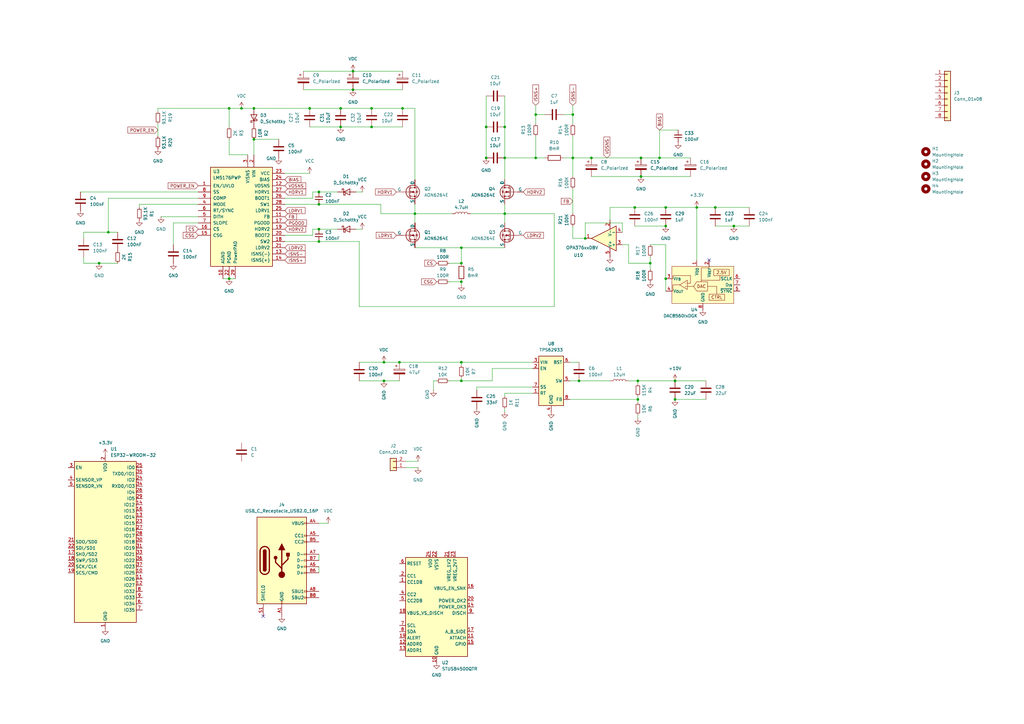
<source format=kicad_sch>
(kicad_sch (version 20250114) (generator "eeschema") (generator_version "9.0")
  (paper "A3")
  (junction (at 300.99 92.71))
  (junction (at 199.39 64.77))
  (junction (at 273.05 85.09))
  (junction (at 240.03 97.79))
  (junction (at 152.4 52.07))
  (junction (at 273.05 114.3))
  (junction (at 165.1 44.45))
  (junction (at 273.05 92.71))
  (junction (at 262.89 72.39))
  (junction (at 234.95 64.77))
  (junction (at 219.71 64.77))
  (junction (at 144.78 29.21))
  (junction (at 207.01 64.77))
  (junction (at 40.64 107.95))
  (junction (at 270.51 64.77))
  (junction (at 261.62 156.21))
  (junction (at 93.98 44.45))
  (junction (at 189.23 107.95))
  (junction (at 242.57 64.77))
  (junction (at 189.23 156.21))
  (junction (at 262.89 64.77))
  (junction (at 157.48 156.21))
  (junction (at 130.81 83.82))
  (junction (at 93.98 114.3))
  (junction (at 139.7 44.45))
  (junction (at 199.39 52.07))
  (junction (at 104.14 44.45))
  (junction (at 157.48 148.59))
  (junction (at 285.75 85.09))
  (junction (at 261.62 163.83))
  (junction (at 99.06 44.45))
  (junction (at 139.7 52.07))
  (junction (at 293.37 85.09))
  (junction (at 189.23 101.6))
  (junction (at 260.35 85.09))
  (junction (at 189.23 115.57))
  (junction (at 266.7 107.95))
  (junction (at 189.23 148.59))
  (junction (at 130.81 78.74))
  (junction (at 219.71 46.99))
  (junction (at 152.4 44.45))
  (junction (at 237.49 156.21))
  (junction (at 207.01 87.63))
  (junction (at 207.01 52.07))
  (junction (at 127 44.45))
  (junction (at 170.18 87.63))
  (junction (at 130.81 93.98))
  (junction (at 276.86 156.21))
  (junction (at 163.83 148.59))
  (junction (at 144.78 36.83))
  (junction (at 104.14 57.15))
  (junction (at 44.45 95.25))
  (junction (at 234.95 46.99))
  (junction (at 276.86 163.83))
  (junction (at 130.81 99.06))
  (no_connect (at 107.95 252.73))
  (no_connect (at 290.83 106.68))
  (wire (pts (xy 201.93 156.21) (xy 201.93 151.13)))
  (wire (pts (xy 266.7 100.33) (xy 273.05 100.33)))
  (wire (pts (xy 34.29 105.41) (xy 34.29 107.95)))
  (wire (pts (xy 64.77 44.45) (xy 64.77 45.72)))
  (wire (pts (xy 44.45 81.28) (xy 44.45 95.25)))
  (wire (pts (xy 128.27 96.52) (xy 128.27 93.98)))
  (wire (pts (xy 147.32 99.06) (xy 147.32 125.73)))
  (wire (pts (xy 57.15 83.82) (xy 57.15 85.09)))
  (wire (pts (xy 189.23 101.6) (xy 207.01 101.6)))
  (wire (pts (xy 99.06 44.45) (xy 104.14 44.45)))
  (wire (pts (xy 207.01 167.64) (xy 207.01 168.91)))
  (wire (pts (xy 163.83 148.59) (xy 189.23 148.59)))
  (wire (pts (xy 177.8 156.21) (xy 179.07 156.21)))
  (wire (pts (xy 184.15 115.57) (xy 189.23 115.57)))
  (wire (pts (xy 207.01 83.82) (xy 207.01 87.63)))
  (wire (pts (xy 171.45 191.77) (xy 166.37 191.77)))
  (wire (pts (xy 234.95 55.88) (xy 234.95 64.77)))
  (wire (pts (xy 234.95 43.18) (xy 234.95 46.99)))
  (wire (pts (xy 124.46 29.21) (xy 144.78 29.21)))
  (wire (pts (xy 130.81 83.82) (xy 156.21 83.82)))
  (wire (pts (xy 189.23 148.59) (xy 218.44 148.59)))
  (wire (pts (xy 128.27 93.98) (xy 130.81 93.98)))
  (wire (pts (xy 189.23 116.84) (xy 189.23 115.57)))
  (wire (pts (xy 93.98 44.45) (xy 93.98 52.07)))
  (wire (pts (xy 127 44.45) (xy 139.7 44.45)))
  (wire (pts (xy 66.04 88.9) (xy 81.28 88.9)))
  (wire (pts (xy 193.04 87.63) (xy 207.01 87.63)))
  (wire (pts (xy 207.01 39.37) (xy 207.01 52.07)))
  (wire (pts (xy 219.71 46.99) (xy 219.71 50.8)))
  (wire (pts (xy 234.95 64.77) (xy 234.95 72.39)))
  (wire (pts (xy 156.21 83.82) (xy 156.21 87.63)))
  (wire (pts (xy 130.81 227.33) (xy 130.81 229.87)))
  (wire (pts (xy 242.57 72.39) (xy 262.89 72.39)))
  (wire (pts (xy 152.4 44.45) (xy 165.1 44.45)))
  (wire (pts (xy 195.58 160.02) (xy 195.58 158.75)))
  (wire (pts (xy 207.01 87.63) (xy 207.01 91.44)))
  (wire (pts (xy 170.18 73.66) (xy 170.18 44.45)))
  (wire (pts (xy 207.01 161.29) (xy 218.44 161.29)))
  (wire (pts (xy 276.86 163.83) (xy 289.56 163.83)))
  (wire (pts (xy 130.81 232.41) (xy 130.81 234.95)))
  (wire (pts (xy 219.71 55.88) (xy 219.71 64.77)))
  (wire (pts (xy 240.03 91.44) (xy 240.03 97.79)))
  (wire (pts (xy 227.33 125.73) (xy 227.33 87.63)))
  (wire (pts (xy 237.49 148.59) (xy 233.68 148.59)))
  (wire (pts (xy 130.81 78.74) (xy 138.43 78.74)))
  (wire (pts (xy 285.75 85.09) (xy 293.37 85.09)))
  (wire (pts (xy 139.7 52.07) (xy 152.4 52.07)))
  (wire (pts (xy 165.1 44.45) (xy 170.18 44.45)))
  (wire (pts (xy 104.14 57.15) (xy 114.3 57.15)))
  (wire (pts (xy 130.81 99.06) (xy 147.32 99.06)))
  (wire (pts (xy 233.68 163.83) (xy 261.62 163.83)))
  (wire (pts (xy 261.62 162.56) (xy 261.62 163.83)))
  (wire (pts (xy 195.58 158.75) (xy 218.44 158.75)))
  (wire (pts (xy 240.03 97.79) (xy 234.95 97.79)))
  (wire (pts (xy 242.57 64.77) (xy 262.89 64.77)))
  (wire (pts (xy 128.27 78.74) (xy 130.81 78.74)))
  (wire (pts (xy 157.48 156.21) (xy 163.83 156.21)))
  (wire (pts (xy 130.81 93.98) (xy 138.43 93.98)))
  (wire (pts (xy 266.7 110.49) (xy 266.7 107.95)))
  (wire (pts (xy 152.4 52.07) (xy 165.1 52.07)))
  (wire (pts (xy 127 71.12) (xy 116.84 71.12)))
  (wire (pts (xy 177.8 160.02) (xy 177.8 156.21)))
  (wire (pts (xy 147.32 125.73) (xy 227.33 125.73)))
  (wire (pts (xy 116.84 83.82) (xy 130.81 83.82)))
  (wire (pts (xy 250.19 85.09) (xy 260.35 85.09)))
  (wire (pts (xy 261.62 156.21) (xy 276.86 156.21)))
  (wire (pts (xy 262.89 72.39) (xy 283.21 72.39)))
  (wire (pts (xy 234.95 77.47) (xy 234.95 87.63)))
  (wire (pts (xy 257.81 100.33) (xy 257.81 107.95)))
  (wire (pts (xy 64.77 44.45) (xy 93.98 44.45)))
  (wire (pts (xy 250.19 85.09) (xy 250.19 90.17)))
  (wire (pts (xy 234.95 64.77) (xy 231.14 64.77)))
  (wire (pts (xy 104.14 57.15) (xy 104.14 63.5)))
  (wire (pts (xy 255.27 95.25) (xy 255.27 91.44)))
  (wire (pts (xy 171.45 189.23) (xy 166.37 189.23)))
  (wire (pts (xy 234.95 64.77) (xy 242.57 64.77)))
  (wire (pts (xy 227.33 87.63) (xy 207.01 87.63)))
  (wire (pts (xy 207.01 64.77) (xy 219.71 64.77)))
  (wire (pts (xy 189.23 156.21) (xy 189.23 154.94)))
  (wire (pts (xy 130.81 99.06) (xy 116.84 99.06)))
  (wire (pts (xy 93.98 57.15) (xy 93.98 63.5)))
  (wire (pts (xy 91.44 114.3) (xy 93.98 114.3)))
  (wire (pts (xy 147.32 156.21) (xy 157.48 156.21)))
  (wire (pts (xy 207.01 64.77) (xy 207.01 73.66)))
  (wire (pts (xy 199.39 52.07) (xy 199.39 64.77)))
  (wire (pts (xy 139.7 44.45) (xy 152.4 44.45)))
  (wire (pts (xy 40.64 107.95) (xy 48.26 107.95)))
  (wire (pts (xy 199.39 39.37) (xy 199.39 52.07)))
  (wire (pts (xy 148.59 78.74) (xy 146.05 78.74)))
  (wire (pts (xy 81.28 91.44) (xy 71.12 91.44)))
  (wire (pts (xy 99.06 44.45) (xy 93.98 44.45)))
  (wire (pts (xy 170.18 101.6) (xy 189.23 101.6)))
  (wire (pts (xy 237.49 156.21) (xy 233.68 156.21)))
  (wire (pts (xy 261.62 163.83) (xy 261.62 165.1)))
  (wire (pts (xy 293.37 85.09) (xy 307.34 85.09)))
  (wire (pts (xy 71.12 91.44) (xy 71.12 100.33)))
  (wire (pts (xy 270.51 64.77) (xy 283.21 64.77)))
  (wire (pts (xy 157.48 148.59) (xy 163.83 148.59)))
  (wire (pts (xy 184.15 107.95) (xy 189.23 107.95)))
  (wire (pts (xy 260.35 85.09) (xy 273.05 85.09)))
  (wire (pts (xy 134.62 214.63) (xy 130.81 214.63)))
  (wire (pts (xy 147.32 148.59) (xy 157.48 148.59)))
  (wire (pts (xy 261.62 157.48) (xy 261.62 156.21)))
  (wire (pts (xy 273.05 114.3) (xy 273.05 119.38)))
  (wire (pts (xy 201.93 151.13) (xy 218.44 151.13)))
  (wire (pts (xy 261.62 171.45) (xy 261.62 170.18)))
  (wire (pts (xy 207.01 162.56) (xy 207.01 161.29)))
  (wire (pts (xy 273.05 100.33) (xy 273.05 114.3)))
  (wire (pts (xy 234.95 46.99) (xy 234.95 50.8)))
  (wire (pts (xy 81.28 83.82) (xy 57.15 83.82)))
  (wire (pts (xy 270.51 53.34) (xy 270.51 64.77)))
  (wire (pts (xy 34.29 97.79) (xy 34.29 95.25)))
  (wire (pts (xy 260.35 92.71) (xy 273.05 92.71)))
  (wire (pts (xy 257.81 107.95) (xy 266.7 107.95)))
  (wire (pts (xy 255.27 100.33) (xy 257.81 100.33)))
  (wire (pts (xy 276.86 156.21) (xy 289.56 156.21)))
  (wire (pts (xy 237.49 156.21) (xy 250.19 156.21)))
  (wire (pts (xy 189.23 107.95) (xy 189.23 101.6)))
  (wire (pts (xy 219.71 46.99) (xy 223.52 46.99)))
  (wire (pts (xy 34.29 95.25) (xy 44.45 95.25)))
  (wire (pts (xy 170.18 83.82) (xy 170.18 87.63)))
  (wire (pts (xy 116.84 96.52) (xy 128.27 96.52)))
  (wire (pts (xy 124.46 36.83) (xy 144.78 36.83)))
  (wire (pts (xy 189.23 149.86) (xy 189.23 148.59)))
  (wire (pts (xy 219.71 43.18) (xy 219.71 46.99)))
  (wire (pts (xy 93.98 114.3) (xy 96.52 114.3)))
  (wire (pts (xy 127 44.45) (xy 104.14 44.45)))
  (wire (pts (xy 293.37 92.71) (xy 300.99 92.71)))
  (wire (pts (xy 128.27 81.28) (xy 128.27 78.74)))
  (wire (pts (xy 127 52.07) (xy 139.7 52.07)))
  (wire (pts (xy 207.01 52.07) (xy 207.01 64.77)))
  (wire (pts (xy 184.15 156.21) (xy 189.23 156.21)))
  (wire (pts (xy 300.99 92.71) (xy 307.34 92.71)))
  (wire (pts (xy 116.84 81.28) (xy 128.27 81.28)))
  (wire (pts (xy 144.78 36.83) (xy 165.1 36.83)))
  (wire (pts (xy 148.59 93.98) (xy 146.05 93.98)))
  (wire (pts (xy 156.21 87.63) (xy 170.18 87.63)))
  (wire (pts (xy 255.27 91.44) (xy 240.03 91.44)))
  (wire (pts (xy 257.81 156.21) (xy 261.62 156.21)))
  (wire (pts (xy 144.78 29.21) (xy 165.1 29.21)))
  (wire (pts (xy 285.75 85.09) (xy 285.75 106.68)))
  (wire (pts (xy 44.45 81.28) (xy 81.28 81.28)))
  (wire (pts (xy 234.95 92.71) (xy 234.95 97.79)))
  (wire (pts (xy 266.7 105.41) (xy 266.7 107.95)))
  (wire (pts (xy 262.89 64.77) (xy 270.51 64.77)))
  (wire (pts (xy 189.23 156.21) (xy 201.93 156.21)))
  (wire (pts (xy 44.45 95.25) (xy 48.26 95.25)))
  (wire (pts (xy 170.18 87.63) (xy 185.42 87.63)))
  (wire (pts (xy 93.98 63.5) (xy 101.6 63.5)))
  (wire (pts (xy 278.13 53.34) (xy 270.51 53.34)))
  (wire (pts (xy 64.77 55.88) (xy 64.77 50.8)))
  (wire (pts (xy 231.14 46.99) (xy 234.95 46.99)))
  (wire (pts (xy 170.18 87.63) (xy 170.18 91.44)))
  (wire (pts (xy 219.71 64.77) (xy 223.52 64.77)))
  (wire (pts (xy 273.05 85.09) (xy 285.75 85.09)))
  (wire (pts (xy 34.29 107.95) (xy 40.64 107.95)))
  (wire (pts (xy 33.02 78.74) (xy 81.28 78.74)))
  (label "" (at 283.21 69.85 0))
  (label "" (at 283.21 69.85 0))
  (global_label "VOSNS" (shape input) (at 116.84 76.2 0) (property "Intersheetrefs" "${INTERSHEET_REFS}" (effects (hide yes))))
  (global_label "BIAS" (shape input) (at 270.51 53.34 90) (property "Intersheetrefs" "${INTERSHEET_REFS}" (effects (hide yes))))
  (global_label "ISNS+" (shape input) (at 219.71 43.18 90) (property "Intersheetrefs" "${INTERSHEET_REFS}" (effects (hide yes))))
  (global_label "LDRV2" (shape input) (at 116.84 101.6 0) (property "Intersheetrefs" "${INTERSHEET_REFS}" (effects (hide yes))))
  (global_label "HDRV2" (shape input) (at 214.63 78.74 0) (property "Intersheetrefs" "${INTERSHEET_REFS}" (effects (hide yes))))
  (global_label "ISNS+" (shape input) (at 116.84 106.68 0) (property "Intersheetrefs" "${INTERSHEET_REFS}" (effects (hide yes))))
  (global_label "LDRV1" (shape input) (at 116.84 86.36 0) (property "Intersheetrefs" "${INTERSHEET_REFS}" (effects (hide yes))))
  (global_label "FB" (shape input) (at 116.84 88.9 0) (property "Intersheetrefs" "${INTERSHEET_REFS}" (effects (hide yes))))
  (global_label "CS" (shape input) (at 81.28 93.98 180) (property "Intersheetrefs" "${INTERSHEET_REFS}" (effects (hide yes))))
  (global_label "FB" (shape input) (at 234.95 82.55 180) (property "Intersheetrefs" "${INTERSHEET_REFS}" (effects (hide yes))))
  (global_label "LDRV1" (shape input) (at 162.56 96.52 180) (property "Intersheetrefs" "${INTERSHEET_REFS}" (effects (hide yes))))
  (global_label "CS" (shape input) (at 179.07 107.95 180) (property "Intersheetrefs" "${INTERSHEET_REFS}" (effects (hide yes))))
  (global_label "HDRV1" (shape input) (at 116.84 78.74 0) (property "Intersheetrefs" "${INTERSHEET_REFS}" (effects (hide yes))))
  (global_label "CSG" (shape input) (at 81.28 96.52 180) (property "Intersheetrefs" "${INTERSHEET_REFS}" (effects (hide yes))))
  (global_label "POWER_EN" (shape input) (at 64.77 53.34 180) (property "Intersheetrefs" "${INTERSHEET_REFS}" (effects (hide yes))))
  (global_label "PGOOD" (shape input) (at 116.84 91.44 0) (property "Intersheetrefs" "${INTERSHEET_REFS}" (effects (hide yes))))
  (global_label "HDRV2" (shape input) (at 116.84 93.98 0) (property "Intersheetrefs" "${INTERSHEET_REFS}" (effects (hide yes))))
  (global_label "LDRV2" (shape input) (at 214.63 96.52 0) (property "Intersheetrefs" "${INTERSHEET_REFS}" (effects (hide yes))))
  (global_label "CSG" (shape input) (at 179.07 115.57 180) (property "Intersheetrefs" "${INTERSHEET_REFS}" (effects (hide yes))))
  (global_label "ISNS-" (shape input) (at 116.84 104.14 0) (property "Intersheetrefs" "${INTERSHEET_REFS}" (effects (hide yes))))
  (global_label "HDRV1" (shape input) (at 162.56 78.74 180) (property "Intersheetrefs" "${INTERSHEET_REFS}" (effects (hide yes))))
  (global_label "ISNS-" (shape input) (at 234.95 43.18 90) (property "Intersheetrefs" "${INTERSHEET_REFS}" (effects (hide yes))))
  (global_label "POWER_EN" (shape input) (at 81.28 76.2 180) (property "Intersheetrefs" "${INTERSHEET_REFS}" (effects (hide yes))))
  (global_label "BIAS" (shape input) (at 116.84 73.66 0) (property "Intersheetrefs" "${INTERSHEET_REFS}" (effects (hide yes))))
  (global_label "VOSNS" (shape input) (at 248.92 64.77 90) (property "Intersheetrefs" "${INTERSHEET_REFS}" (effects (hide yes))))
  (symbol (lib_id "Connector_Generic:Conn_01x02") (at 161.29 191.77 180) (unit 1)
    (property "Reference" "J2" (at 161.29 182.88 0))
    (property "Value" "Conn_01x02" (at 161.29 185.42 0))
    (property "Footprint" "Connector_AMASS:AMASS_XT30PW-M_1x02_P2.50mm_Horizontal" (effects (hide yes)))
    (property "Description" "Generic connector, single row, 01x02, script generated (kicad-library-utils/schlib/autogen/connector/)" (effects (hide yes)))
  )
  (symbol (lib_id "power:GND") (at 93.98 114.3 0) (unit 1)
    (property "Reference" "#PWR07" (effects (hide yes)))
    (property "Value" "GND" (at 93.98 119.38 0))
    (property "Description" "Power symbol creates a global label with name \"GND\" , ground" (effects (hide yes)))
  )
  (symbol (lib_id "Device:R_Small") (at 261.62 167.64 0) (mirror x) (unit 1)
    (property "Reference" "R6" (at 266.7 167.64 90))
    (property "Value" "10K" (at 264.16 167.64 90))
    (property "Footprint" "Resistor_SMD:R_0603_1608Metric" (effects (hide yes)))
    (property "Description" "Resistor, small symbol" (effects (hide yes)))
  )
  (symbol (lib_id "power:GND") (at 139.7 52.07 0) (unit 1)
    (property "Reference" "#PWR039" (effects (hide yes)))
    (property "Value" "GND" (at 139.7 57.15 0))
    (property "Description" "Power symbol creates a global label with name \"GND\" , ground" (effects (hide yes)))
  )
  (symbol (lib_id "Device:C") (at 260.35 88.9 180) (unit 1)
    (property "Reference" "C26" (at 264.16 87.6299 0) (effects (justify right)))
    (property "Value" "100nF" (at 264.16 90.1699 0) (effects (justify right)))
    (property "Footprint" "Capacitor_SMD:C_0603_1608Metric" (effects (hide yes)))
    (property "Description" "Unpolarized capacitor" (effects (hide yes)))
  )
  (symbol (lib_id "Device:R_Small") (at 189.23 152.4 0) (mirror x) (unit 1)
    (property "Reference" "R7" (at 194.31 152.4 90))
    (property "Value" "10K" (at 191.77 152.4 90))
    (property "Footprint" "Resistor_SMD:R_0603_1608Metric" (effects (hide yes)))
    (property "Description" "Resistor, small symbol" (effects (hide yes)))
  )
  (symbol (lib_id "Device:R_Small") (at 57.15 87.63 0) (mirror x) (unit 1)
    (property "Reference" "R1" (at 62.23 87.63 90))
    (property "Value" "93.1K" (at 59.69 87.63 90))
    (property "Footprint" "Resistor_SMD:R_0603_1608Metric" (effects (hide yes)))
    (property "Description" "Resistor, small symbol" (effects (hide yes)))
  )
  (symbol (lib_id "power:GND") (at 189.23 116.84 0) (unit 1)
    (property "Reference" "#PWR016" (effects (hide yes)))
    (property "Value" "GND" (at 189.23 121.92 0))
    (property "Description" "Power symbol creates a global label with name \"GND\" , ground" (effects (hide yes)))
  )
  (symbol (lib_id "power:GND") (at 43.18 257.81 0) (unit 1)
    (property "Reference" "#PWR03" (effects (hide yes)))
    (property "Value" "GND" (at 43.18 262.89 0))
    (property "Description" "Power symbol creates a global label with name \"GND\" , ground" (effects (hide yes)))
  )
  (symbol (lib_id "power:GND") (at 266.7 115.57 0) (mirror y) (unit 1)
    (property "Reference" "#PWR037" (effects (hide yes)))
    (property "Value" "GND" (at 266.7 120.65 0))
    (property "Description" "Power symbol creates a global label with name \"GND\" , ground" (effects (hide yes)))
  )
  (symbol (lib_id "Device:D_Schottky") (at 142.24 93.98 0) (unit 1)
    (property "Reference" "D2" (at 141.9225 87.63 0))
    (property "Value" "D_Schottky" (at 141.9225 90.17 0))
    (property "Footprint" "Diode_SMD:D_0805_2012Metric" (effects (hide yes)))
    (property "Description" "Schottky diode" (effects (hide yes)))
  )
  (symbol (lib_id "power:GND") (at 179.07 271.78 0) (unit 1)
    (property "Reference" "#PWR04" (effects (hide yes)))
    (property "Value" "GND" (at 179.07 276.86 0))
    (property "Description" "Power symbol creates a global label with name \"GND\" , ground" (effects (hide yes)))
  )
  (symbol (lib_id "power:GND") (at 177.8 160.02 0) (unit 1)
    (property "Reference" "#PWR010" (effects (hide yes)))
    (property "Value" "GND" (at 175.26 159.766 90) (effects (justify right)))
    (property "Description" "Power symbol creates a global label with name \"GND\" , ground" (effects (hide yes)))
  )
  (symbol (lib_id "Device:C") (at 307.34 88.9 180) (unit 1)
    (property "Reference" "C24" (at 311.15 87.6299 0) (effects (justify right)))
    (property "Value" "100nF" (at 311.15 90.1699 0) (effects (justify right)))
    (property "Footprint" "Capacitor_SMD:C_0603_1608Metric" (effects (hide yes)))
    (property "Description" "Unpolarized capacitor" (effects (hide yes)))
  )
  (symbol (lib_id "power:GND") (at 40.64 107.95 0) (unit 1)
    (property "Reference" "#PWR028" (effects (hide yes)))
    (property "Value" "GND" (at 40.64 113.03 0))
    (property "Description" "Power symbol creates a global label with name \"GND\" , ground" (effects (hide yes)))
  )
  (symbol (lib_id "Device:C") (at 289.56 160.02 180) (unit 1)
    (property "Reference" "C28" (at 293.37 158.7499 0) (effects (justify right)))
    (property "Value" "22uF" (at 293.37 161.2899 0) (effects (justify right)))
    (property "Footprint" "Capacitor_SMD:C_1206_3216Metric" (effects (hide yes)))
    (property "Description" "Unpolarized capacitor" (effects (hide yes)))
  )
  (symbol (lib_id "Device:C") (at 203.2 64.77 270) (unit 1)
    (property "Reference" "C17" (at 203.2 57.15 90))
    (property "Value" "10uF" (at 203.2 59.69 90))
    (property "Footprint" "Capacitor_SMD:C_1206_3216Metric" (effects (hide yes)))
    (property "Description" "Unpolarized capacitor" (effects (hide yes)))
  )
  (symbol (lib_id "Device:R_Small") (at 207.01 165.1 0) (mirror x) (unit 1)
    (property "Reference" "R11" (at 212.09 165.1 90))
    (property "Value" "1K" (at 209.55 165.1 90))
    (property "Footprint" "Resistor_SMD:R_0603_1608Metric" (effects (hide yes)))
    (property "Description" "Resistor, small symbol" (effects (hide yes)))
  )
  (symbol (lib_id "Device:C") (at 237.49 152.4 180) (unit 1)
    (property "Reference" "C6" (at 241.3 151.1299 0) (effects (justify right)))
    (property "Value" "100nF" (at 241.3 153.6699 0) (effects (justify right)))
    (property "Footprint" "Capacitor_SMD:C_0603_1608Metric" (effects (hide yes)))
    (property "Description" "Unpolarized capacitor" (effects (hide yes)))
  )
  (symbol (lib_id "Device:C_Small") (at 130.81 81.28 0) (unit 1)
    (property "Reference" "C2" (at 133.35 80.0162 0) (effects (justify left)))
    (property "Value" "100nF" (at 133.35 82.5562 0) (effects (justify left)))
    (property "Footprint" "Capacitor_SMD:C_0603_1608Metric" (effects (hide yes)))
    (property "Description" "Unpolarized capacitor, small symbol" (effects (hide yes)))
  )
  (symbol (lib_id "power:GND") (at 226.06 168.91 0) (unit 1)
    (property "Reference" "#PWR029" (effects (hide yes)))
    (property "Value" "GND" (at 226.0601 172.72 90) (effects (justify right)))
    (property "Description" "Power symbol creates a global label with name \"GND\" , ground" (effects (hide yes)))
  )
  (symbol (lib_id "Device:R_Small") (at 181.61 156.21 270) (mirror x) (unit 1)
    (property "Reference" "R12" (at 181.61 151.13 90))
    (property "Value" "10K" (at 181.61 153.67 90))
    (property "Footprint" "Resistor_SMD:R_0603_1608Metric" (effects (hide yes)))
    (property "Description" "Resistor, small symbol" (effects (hide yes)))
  )
  (symbol (lib_id "Device:R") (at 227.33 64.77 90) (unit 1)
    (property "Reference" "R10" (at 227.33 58.42 90))
    (property "Value" "8mR" (at 227.33 60.96 90))
    (property "Footprint" "Resistor_SMD:R_1225_3264Metric" (effects (hide yes)))
    (property "Description" "Resistor" (effects (hide yes)))
  )
  (symbol (lib_id "Connector:USB_C_Receptacle_USB2.0_16P") (at 115.57 229.87 0) (unit 1)
    (property "Reference" "J4" (at 115.57 207.01 0))
    (property "Value" "USB_C_Receptacle_USB2.0_16P" (at 115.57 209.55 0))
    (property "Footprint" "Connector_USB:USB_C_Receptacle_GCT_USB4105-xx-A_16P_TopMnt_Horizontal" (effects (hide yes)))
    (property "Datasheet" "https://www.usb.org/sites/default/files/documents/usb_type-c.zip" (effects (hide yes)))
    (property "Description" "USB 2.0-only 16P Type-C Receptacle connector" (effects (hide yes)))
  )
  (symbol (lib_id "power:GND") (at 273.05 92.71 0) (mirror y) (unit 1)
    (property "Reference" "#PWR038" (effects (hide yes)))
    (property "Value" "GND" (at 273.05 97.79 0))
    (property "Description" "Power symbol creates a global label with name \"GND\" , ground" (effects (hide yes)))
  )
  (symbol (lib_id "power:GND") (at 114.3 64.77 0) (unit 1)
    (property "Reference" "#PWR021" (effects (hide yes)))
    (property "Value" "GND" (at 111.252 65.024 0))
    (property "Description" "Power symbol creates a global label with name \"GND\" , ground" (effects (hide yes)))
  )
  (symbol (lib_id "Device:C") (at 33.02 82.55 180) (unit 1)
    (property "Reference" "C4" (at 36.83 81.2799 0) (effects (justify right)))
    (property "Value" "100nF" (at 36.83 83.8199 0) (effects (justify right)))
    (property "Footprint" "Capacitor_SMD:C_0603_1608Metric" (effects (hide yes)))
    (property "Description" "Unpolarized capacitor" (effects (hide yes)))
  )
  (symbol (lib_id "Device:C") (at 127 48.26 0) (unit 1)
    (property "Reference" "C27" (at 119.38 48.26 90))
    (property "Value" "10uF" (at 121.92 48.26 90))
    (property "Footprint" "Capacitor_SMD:C_1206_3216Metric" (effects (hide yes)))
    (property "Description" "Unpolarized capacitor" (effects (hide yes)))
  )
  (symbol (lib_id "Device:C") (at 203.2 39.37 270) (unit 1)
    (property "Reference" "C21" (at 203.2 31.75 90))
    (property "Value" "10uF" (at 203.2 34.29 90))
    (property "Footprint" "Capacitor_SMD:C_1206_3216Metric" (effects (hide yes)))
    (property "Description" "Unpolarized capacitor" (effects (hide yes)))
  )
  (symbol (lib_id "TiManh:NMOS-8PINS") (at 208.28 78.74 0) (mirror y) (unit 1)
    (property "Reference" "Q4" (at 203.2 77.4699 0) (effects (justify left)))
    (property "Value" "AON6264E" (at 203.2 80.0099 0) (effects (justify left)))
    (property "Footprint" "Package_DFN_QFN:PQFN-8-EP_6x5mm_P1.27mm_Generic" (effects (hide yes)))
  )
  (symbol (lib_id "Device:C_Polarized") (at 283.21 68.58 0) (unit 1)
    (property "Reference" "C16" (at 287.02 66.4209 0) (effects (justify left)))
    (property "Value" "C_Polarized" (at 287.02 68.9609 0) (effects (justify left)))
    (property "Footprint" "Capacitor_SMD:CP_Elec_6.3x5.9" (effects (hide yes)))
    (property "Description" "Polarized capacitor" (effects (hide yes)))
  )
  (symbol (lib_id "Mechanical:MountingHole") (at 379.73 67.31 0) (unit 1) (in_bom no)
    (property "Reference" "H2" (at 382.27 66.0399 0) (effects (justify left)))
    (property "Value" "MountingHole" (at 382.27 68.5799 0) (effects (justify left)))
    (property "Footprint" "MountingHole:MountingHole_2.2mm_M2" (effects (hide yes)))
    (property "Description" "Mounting Hole without connection" (effects (hide yes)))
  )
  (symbol (lib_id "Device:C_Polarized") (at 165.1 33.02 0) (unit 1)
    (property "Reference" "C11" (at 168.91 30.8609 0) (effects (justify left)))
    (property "Value" "C_Polarized" (at 168.91 33.4009 0) (effects (justify left)))
    (property "Footprint" "Capacitor_SMD:CP_Elec_6.3x5.9" (effects (hide yes)))
    (property "Description" "Polarized capacitor" (effects (hide yes)))
  )
  (symbol (lib_id "Interface_USB:STUSB4500QTR") (at 179.07 248.92 0) (unit 1)
    (property "Reference" "U2" (at 181.2133 271.78 0) (effects (justify left)))
    (property "Value" "STUSB4500QTR" (at 181.2133 274.32 0) (effects (justify left)))
    (property "Footprint" "Package_DFN_QFN:QFN-24-1EP_4x4mm_P0.5mm_EP2.7x2.7mm" (effects (hide yes)))
    (property "Datasheet" "https://www.st.com/resource/en/datasheet/stusb4500.pdf" (effects (hide yes)))
    (property "Description" "Stand-alone USB PD controller (with sink Auto-run mode), QFN-24" (effects (hide yes)))
  )
  (symbol (lib_id "power:GND") (at 115.57 252.73 0) (unit 1)
    (property "Reference" "#PWR01" (effects (hide yes)))
    (property "Value" "GND" (at 115.57 257.81 0))
    (property "Description" "Power symbol creates a global label with name \"GND\" , ground" (effects (hide yes)))
  )
  (symbol (lib_id "power:GND") (at 57.15 90.17 0) (unit 1)
    (property "Reference" "#PWR014" (effects (hide yes)))
    (property "Value" "GND" (at 57.15 95.25 0))
    (property "Description" "Power symbol creates a global label with name \"GND\" , ground" (effects (hide yes)))
  )
  (symbol (lib_id "Device:R_Small") (at 219.71 53.34 0) (mirror y) (unit 1)
    (property "Reference" "R13" (at 214.63 53.34 90))
    (property "Value" "100R" (at 217.17 53.34 90))
    (property "Footprint" "Resistor_SMD:R_0603_1608Metric" (effects (hide yes)))
    (property "Description" "Resistor, small symbol" (effects (hide yes)))
  )
  (symbol (lib_id "Device:C") (at 152.4 48.26 0) (unit 1)
    (property "Reference" "C32" (at 144.78 48.26 90))
    (property "Value" "10uF" (at 147.32 48.26 90))
    (property "Footprint" "Capacitor_SMD:C_1206_3216Metric" (effects (hide yes)))
    (property "Description" "Unpolarized capacitor" (effects (hide yes)))
  )
  (symbol (lib_id "power:GND") (at 195.58 167.64 0) (unit 1)
    (property "Reference" "#PWR08" (effects (hide yes)))
    (property "Value" "GND" (at 195.5801 171.45 90) (effects (justify right)))
    (property "Description" "Power symbol creates a global label with name \"GND\" , ground" (effects (hide yes)))
  )
  (symbol (lib_id "power:GND") (at 262.89 72.39 0) (unit 1)
    (property "Reference" "#PWR031" (effects (hide yes)))
    (property "Value" "GND" (at 262.89 77.47 0))
    (property "Description" "Power symbol creates a global label with name \"GND\" , ground" (effects (hide yes)))
  )
  (symbol (lib_id "Device:C") (at 139.7 48.26 0) (unit 1)
    (property "Reference" "C31" (at 132.08 48.26 90))
    (property "Value" "10uF" (at 134.62 48.26 90))
    (property "Footprint" "Capacitor_SMD:C_1206_3216Metric" (effects (hide yes)))
    (property "Description" "Unpolarized capacitor" (effects (hide yes)))
  )
  (symbol (lib_id "Regulator_Switching:LM5176PWP") (at 99.06 88.9 0) (unit 1)
    (property "Reference" "U3" (at 87.376 70.358 0) (effects (justify left)))
    (property "Value" "LM5176PWP" (at 87.376 72.898 0) (effects (justify left)))
    (property "Footprint" "Package_SO:HTSSOP-28-1EP_4.4x9.7mm_P0.65mm_EP3.4x9.5mm_ThermalVias" (effects (hide yes)))
    (property "Datasheet" "http://www.ti.com/lit/ds/symlink/lm5176.pdf" (effects (hide yes)))
    (property "Description" "55-V wide Vin synchronous 4-switch Buck-Boost controller, HTSSOP-28 package" (effects (hide yes)))
  )
  (symbol (lib_id "TiManh:NMOS-8PINS") (at 208.28 96.52 0) (mirror y) (unit 1)
    (property "Reference" "Q3" (at 203.2 95.2499 0) (effects (justify left)))
    (property "Value" "AON6264E" (at 203.2 97.7899 0) (effects (justify left)))
    (property "Footprint" "Package_DFN_QFN:PQFN-8-EP_6x5mm_P1.27mm_Generic" (effects (hide yes)))
  )
  (symbol (lib_id "Device:C_Polarized") (at 124.46 33.02 0) (unit 1)
    (property "Reference" "C9" (at 128.27 30.8609 0) (effects (justify left)))
    (property "Value" "C_Polarized" (at 128.27 33.4009 0) (effects (justify left)))
    (property "Footprint" "Capacitor_SMD:CP_Elec_6.3x5.9" (effects (hide yes)))
    (property "Description" "Polarized capacitor" (effects (hide yes)))
  )
  (symbol (lib_id "Device:C") (at 48.26 99.06 180) (unit 1)
    (property "Reference" "C12" (at 52.07 97.7899 0) (effects (justify right)))
    (property "Value" "100nF" (at 52.07 100.3299 0) (effects (justify right)))
    (property "Footprint" "Capacitor_SMD:C_0603_1608Metric" (effects (hide yes)))
    (property "Description" "Unpolarized capacitor" (effects (hide yes)))
  )
  (symbol (lib_id "Device:C") (at 34.29 101.6 180) (unit 1)
    (property "Reference" "C13" (at 38.1 100.3299 0) (effects (justify right)))
    (property "Value" "100nF" (at 38.1 102.8699 0) (effects (justify right)))
    (property "Footprint" "Capacitor_SMD:C_0603_1608Metric" (effects (hide yes)))
    (property "Description" "Unpolarized capacitor" (effects (hide yes)))
  )
  (symbol (lib_id "Device:C_Small") (at 130.81 96.52 180) (unit 1)
    (property "Reference" "C3" (at 133.35 95.2435 0) (effects (justify right)))
    (property "Value" "100nF" (at 133.35 97.7835 0) (effects (justify right)))
    (property "Footprint" "Capacitor_SMD:C_0603_1608Metric" (effects (hide yes)))
    (property "Description" "Unpolarized capacitor, small symbol" (effects (hide yes)))
  )
  (symbol (lib_id "power:VDC") (at 144.78 29.21 0) (unit 1)
    (property "Reference" "#PWR025" (effects (hide yes)))
    (property "Value" "VDC" (at 144.78 24.13 0))
    (property "Description" "Power symbol creates a global label with name \"VDC\"" (effects (hide yes)))
  )
  (symbol (lib_id "Mechanical:MountingHole") (at 379.73 62.23 0) (unit 1) (in_bom no)
    (property "Reference" "H1" (at 382.27 60.9599 0) (effects (justify left)))
    (property "Value" "MountingHole" (at 382.27 63.4999 0) (effects (justify left)))
    (property "Footprint" "MountingHole:MountingHole_2.2mm_M2" (effects (hide yes)))
    (property "Description" "Mounting Hole without connection" (effects (hide yes)))
  )
  (symbol (lib_id "power:GND") (at 250.19 105.41 0) (mirror y) (unit 1)
    (property "Reference" "#PWR036" (effects (hide yes)))
    (property "Value" "GND" (at 250.19 110.49 0))
    (property "Description" "Power symbol creates a global label with name \"GND\" , ground" (effects (hide yes)))
  )
  (symbol (lib_id "Device:R") (at 189.23 111.76 0) (unit 1)
    (property "Reference" "R5" (at 191.77 110.4899 0) (effects (justify left)))
    (property "Value" "8mR" (at 191.77 113.0299 0) (effects (justify left)))
    (property "Footprint" "Resistor_SMD:R_1225_3264Metric" (effects (hide yes)))
    (property "Description" "Resistor" (effects (hide yes)))
  )
  (symbol (lib_id "Device:C_Polarized") (at 262.89 68.58 0) (unit 1)
    (property "Reference" "C15" (at 266.7 66.4209 0) (effects (justify left)))
    (property "Value" "C_Polarized" (at 266.7 68.9609 0) (effects (justify left)))
    (property "Footprint" "Capacitor_SMD:CP_Elec_6.3x5.9" (effects (hide yes)))
    (property "Description" "Polarized capacitor" (effects (hide yes)))
  )
  (symbol (lib_id "Device:L") (at 189.23 87.63 90) (unit 1)
    (property "Reference" "L2" (at 189.23 82.55 90))
    (property "Value" "4.7uH" (at 189.23 85.09 90))
    (property "Footprint" "Inductor_SMD:L_TaiTech_TMPC1265_13.5x12.5mm" (effects (hide yes)))
    (property "Description" "Inductor" (effects (hide yes)))
  )
  (symbol (lib_id "Device:D_Schottky") (at 142.24 78.74 0) (unit 1)
    (property "Reference" "D1" (at 141.9225 72.39 0))
    (property "Value" "D_Schottky" (at 141.9225 74.93 0))
    (property "Footprint" "Diode_SMD:D_0805_2012Metric" (effects (hide yes)))
    (property "Description" "Schottky diode" (effects (hide yes)))
  )
  (symbol (lib_id "power:VCC") (at 148.59 78.74 0) (unit 1)
    (property "Reference" "#PWR022" (effects (hide yes)))
    (property "Value" "VCC" (at 148.59 73.66 0))
    (property "Description" "Power symbol creates a global label with name \"VCC\"" (effects (hide yes)))
  )
  (symbol (lib_id "Device:C") (at 195.58 163.83 180) (unit 1)
    (property "Reference" "C25" (at 199.39 162.5599 0) (effects (justify right)))
    (property "Value" "33nF" (at 199.39 165.0999 0) (effects (justify right)))
    (property "Footprint" "Capacitor_SMD:C_0603_1608Metric" (effects (hide yes)))
    (property "Description" "Unpolarized capacitor" (effects (hide yes)))
  )
  (symbol (lib_id "power:VDC") (at 99.06 44.45 0) (unit 1)
    (property "Reference" "#PWR015" (effects (hide yes)))
    (property "Value" "VDC" (at 99.06 39.37 0))
    (property "Description" "Power symbol creates a global label with name \"VDC\"" (effects (hide yes)))
  )
  (symbol (lib_id "power:VCC") (at 127 71.12 0) (unit 1)
    (property "Reference" "#PWR018" (effects (hide yes)))
    (property "Value" "VCC" (at 127 66.04 0))
    (property "Description" "Power symbol creates a global label with name \"VCC\"" (effects (hide yes)))
  )
  (symbol (lib_id "Device:R_Small") (at 234.95 53.34 0) (mirror y) (unit 1)
    (property "Reference" "R14" (at 229.87 53.34 90))
    (property "Value" "100R" (at 232.41 53.34 90))
    (property "Footprint" "Resistor_SMD:R_0603_1608Metric" (effects (hide yes)))
    (property "Description" "Resistor, small symbol" (effects (hide yes)))
  )
  (symbol (lib_id "power:GND") (at 66.04 88.9 0) (unit 1)
    (property "Reference" "#PWR012" (effects (hide yes)))
    (property "Value" "GND" (at 66.04 93.98 0))
    (property "Description" "Power symbol creates a global label with name \"GND\" , ground" (effects (hide yes)))
  )
  (symbol (lib_id "Device:C") (at 71.12 104.14 180) (unit 1)
    (property "Reference" "C14" (at 74.93 102.8699 0) (effects (justify right)))
    (property "Value" "100nF" (at 74.93 105.4099 0) (effects (justify right)))
    (property "Footprint" "Capacitor_SMD:C_0603_1608Metric" (effects (hide yes)))
    (property "Description" "Unpolarized capacitor" (effects (hide yes)))
  )
  (symbol (lib_id "power:VDC") (at 157.48 148.59 0) (unit 1)
    (property "Reference" "#PWR017" (effects (hide yes)))
    (property "Value" "VDC" (at 157.48 143.51 0))
    (property "Description" "Power symbol creates a global label with name \"VDC\"" (effects (hide yes)))
  )
  (symbol (lib_id "Device:R_Small") (at 261.62 160.02 0) (mirror x) (unit 1)
    (property "Reference" "R4" (at 266.7 160.02 90))
    (property "Value" "115K" (at 264.16 160.02 90))
    (property "Footprint" "Resistor_SMD:R_0603_1608Metric" (effects (hide yes)))
    (property "Description" "Resistor, small symbol" (effects (hide yes)))
  )
  (symbol (lib_id "Mechanical:MountingHole") (at 379.73 77.47 0) (unit 1) (in_bom no)
    (property "Reference" "H4" (at 382.27 76.1999 0) (effects (justify left)))
    (property "Value" "MountingHole" (at 382.27 78.7399 0) (effects (justify left)))
    (property "Footprint" "MountingHole:MountingHole_2.2mm_M2" (effects (hide yes)))
    (property "Description" "Mounting Hole without connection" (effects (hide yes)))
  )
  (symbol (lib_id "Device:C") (at 227.33 46.99 270) (unit 1)
    (property "Reference" "C7" (at 227.33 39.37 90))
    (property "Value" "1uF" (at 227.33 41.91 90))
    (property "Footprint" "Capacitor_SMD:C_0603_1608Metric" (effects (hide yes)))
    (property "Description" "Unpolarized capacitor" (effects (hide yes)))
  )
  (symbol (lib_id "Device:R_Small") (at 64.77 48.26 0) (mirror x) (unit 1)
    (property "Reference" "R19" (at 69.85 48.26 90))
    (property "Value" "93.1K" (at 67.31 48.26 90))
    (property "Footprint" "Resistor_SMD:R_0603_1608Metric" (effects (hide yes)))
    (property "Description" "Resistor, small symbol" (effects (hide yes)))
  )
  (symbol (lib_id "power:+3.3V") (at 43.18 186.69 0) (unit 1)
    (property "Reference" "#PWR05" (effects (hide yes)))
    (property "Value" "+3.3V" (at 43.18 181.61 0))
    (property "Description" "Power symbol creates a global label with name \"+3.3V\"" (effects (hide yes)))
  )
  (symbol (lib_id "power:GND") (at 157.48 156.21 0) (unit 1)
    (property "Reference" "#PWR026" (effects (hide yes)))
    (property "Value" "GND" (at 157.4801 160.02 90) (effects (justify right)))
    (property "Description" "Power symbol creates a global label with name \"GND\" , ground" (effects (hide yes)))
  )
  (symbol (lib_id "Device:R_Small") (at 266.7 113.03 0) (mirror y) (unit 1)
    (property "Reference" "R18" (at 261.62 113.03 90))
    (property "Value" "100R" (at 264.16 113.03 90))
    (property "Footprint" "Resistor_SMD:R_0603_1608Metric" (effects (hide yes)))
    (property "Description" "Resistor, small symbol" (effects (hide yes)))
  )
  (symbol (lib_id "power:GND") (at 300.99 92.71 0) (mirror y) (unit 1)
    (property "Reference" "#PWR035" (effects (hide yes)))
    (property "Value" "GND" (at 300.99 97.79 0))
    (property "Description" "Power symbol creates a global label with name \"GND\" , ground" (effects (hide yes)))
  )
  (symbol (lib_id "Mechanical:MountingHole") (at 379.73 72.39 0) (unit 1) (in_bom no)
    (property "Reference" "H3" (at 382.27 71.1199 0) (effects (justify left)))
    (property "Value" "MountingHole" (at 382.27 73.6599 0) (effects (justify left)))
    (property "Footprint" "MountingHole:MountingHole_2.2mm_M2" (effects (hide yes)))
    (property "Description" "Mounting Hole without connection" (effects (hide yes)))
  )
  (symbol (lib_id "Connector_Generic:Conn_01x08") (at 388.62 38.1 0) (unit 1)
    (property "Reference" "J3" (at 391.16 38.0999 0) (effects (justify left)))
    (property "Value" "Conn_01x08" (at 391.16 40.6399 0) (effects (justify left)))
    (property "Description" "Generic connector, single row, 01x08, script generated (kicad-library-utils/schlib/autogen/connector/)" (effects (hide yes)))
  )
  (symbol (lib_id "Device:C_Polarized") (at 163.83 152.4 0) (unit 1)
    (property "Reference" "C18" (at 167.64 150.2409 0) (effects (justify left)))
    (property "Value" "47uF" (at 167.64 152.7809 0) (effects (justify left)))
    (property "Footprint" "Capacitor_SMD:CP_Elec_6.3x7.7" (effects (hide yes)))
    (property "Description" "Polarized capacitor" (effects (hide yes)))
  )
  (symbol (lib_id "Device:R_Small") (at 104.14 54.61 0) (mirror x) (unit 1)
    (property "Reference" "R2" (at 109.22 54.61 90))
    (property "Value" "10R" (at 106.68 54.61 90))
    (property "Footprint" "Resistor_SMD:R_0805_2012Metric" (effects (hide yes)))
    (property "Description" "Resistor, small symbol" (effects (hide yes)))
  )
  (symbol (lib_id "Device:C_Small") (at 278.13 55.88 180) (unit 1)
    (property "Reference" "C33" (at 280.67 54.6035 0) (effects (justify right)))
    (property "Value" "100nF" (at 280.67 57.1435 0) (effects (justify right)))
    (property "Footprint" "Capacitor_SMD:C_0603_1608Metric" (effects (hide yes)))
    (property "Description" "Unpolarized capacitor, small symbol" (effects (hide yes)))
  )
  (symbol (lib_id "Device:R_Small") (at 181.61 107.95 270) (mirror x) (unit 1)
    (property "Reference" "R8" (at 181.61 102.87 90))
    (property "Value" "100R" (at 181.61 105.41 90))
    (property "Footprint" "Resistor_SMD:R_0603_1608Metric" (effects (hide yes)))
    (property "Description" "Resistor, small symbol" (effects (hide yes)))
  )
  (symbol (lib_id "Device:C") (at 147.32 152.4 180) (unit 1)
    (property "Reference" "C30" (at 151.13 151.1299 0) (effects (justify right)))
    (property "Value" "100nF" (at 151.13 153.6699 0) (effects (justify right)))
    (property "Footprint" "Capacitor_SMD:C_0603_1608Metric" (effects (hide yes)))
    (property "Description" "Unpolarized capacitor" (effects (hide yes)))
  )
  (symbol (lib_id "power:GND") (at 33.02 86.36 0) (unit 1)
    (property "Reference" "#PWR013" (effects (hide yes)))
    (property "Value" "GND" (at 33.02 91.44 0))
    (property "Description" "Power symbol creates a global label with name \"GND\" , ground" (effects (hide yes)))
  )
  (symbol (lib_id "Amplifier_Operational:OPA376xxDBV") (at 247.65 97.79 180) (unit 1)
    (property "Reference" "U10" (at 237.236 104.648 0))
    (property "Value" "OPA376xxDBV" (at 238.76 101.6 0))
    (property "Footprint" "Package_TO_SOT_SMD:SOT-23-5" (effects (hide yes)))
    (property "Datasheet" "http://www.ti.com/lit/ds/symlink/opa376.pdf" (effects (hide yes)))
    (property "Description" "Single Low-Noise, Low Quiescent Current, Precision Operational Amplifier e-trim Series, SOT-23-5" (effects (hide yes)))
  )
  (symbol (lib_id "power:GND") (at 278.13 58.42 0) (unit 1)
    (property "Reference" "#PWR040" (effects (hide yes)))
    (property "Value" "GND" (at 278.13 63.5 0))
    (property "Description" "Power symbol creates a global label with name \"GND\" , ground" (effects (hide yes)))
  )
  (symbol (lib_id "Device:C_Polarized") (at 242.57 68.58 0) (unit 1)
    (property "Reference" "C8" (at 246.38 66.4209 0) (effects (justify left)))
    (property "Value" "C_Polarized" (at 246.38 68.9609 0) (effects (justify left)))
    (property "Footprint" "Capacitor_SMD:CP_Elec_6.3x5.9" (effects (hide yes)))
    (property "Description" "Polarized capacitor" (effects (hide yes)))
  )
  (symbol (lib_id "Analog_DAC:DAC8560IxDGK") (at 288.29 116.84 0) (mirror y) (unit 1)
    (property "Reference" "U4" (at 286.1467 127 0) (effects (justify left)))
    (property "Value" "DAC8560IxDGK" (at 286.1467 129.54 0) (effects (justify left)))
    (property "Footprint" "Package_SON:VSON-8-1EP_3x3mm_P0.65mm_EP1.65x2.4mm" (effects (hide yes)))
    (property "Datasheet" "https://www.ti.com/lit/ds/symlink/dac8560.pdf" (effects (hide yes)))
    (property "Description" "16-bit DAC, Voltage Output, Ultra-Low Glitch, Rail-to-Rail Output, 2.5V 2-ppm/°C Internal Reference, SPI interface, VSON-8 3x3mm package" (effects (hide yes)))
  )
  (symbol (lib_id "power:GND") (at 171.45 191.77 0) (unit 1)
    (property "Reference" "#PWR06" (effects (hide yes)))
    (property "Value" "GND" (at 171.45 196.85 0))
    (property "Description" "Power symbol creates a global label with name \"GND\" , ground" (effects (hide yes)))
  )
  (symbol (lib_id "Device:C") (at 203.2 52.07 270) (unit 1)
    (property "Reference" "C19" (at 203.2 44.45 90))
    (property "Value" "10uF" (at 203.2 46.99 90))
    (property "Footprint" "Capacitor_SMD:C_1206_3216Metric" (effects (hide yes)))
    (property "Description" "Unpolarized capacitor" (effects (hide yes)))
  )
  (symbol (lib_id "Device:R_Small") (at 93.98 54.61 0) (mirror x) (unit 1)
    (property "Reference" "R3" (at 99.06 54.61 90))
    (property "Value" "2K" (at 96.52 54.61 90))
    (property "Footprint" "Resistor_SMD:R_0603_1608Metric" (effects (hide yes)))
    (property "Description" "Resistor, small symbol" (effects (hide yes)))
  )
  (symbol (lib_id "Device:C") (at 114.3 60.96 180) (unit 1)
    (property "Reference" "C5" (at 118.11 59.6899 0) (effects (justify right)))
    (property "Value" "100nF" (at 118.11 62.2299 0) (effects (justify right)))
    (property "Footprint" "Capacitor_SMD:C_0603_1608Metric" (effects (hide yes)))
    (property "Description" "Unpolarized capacitor" (effects (hide yes)))
  )
  (symbol (lib_id "power:GND") (at 276.86 163.83 0) (unit 1)
    (property "Reference" "#PWR024" (effects (hide yes)))
    (property "Value" "GND" (at 276.8601 167.64 90) (effects (justify right)))
    (property "Description" "Power symbol creates a global label with name \"GND\" , ground" (effects (hide yes)))
  )
  (symbol (lib_id "Device:R_Small") (at 181.61 115.57 270) (mirror x) (unit 1)
    (property "Reference" "R9" (at 181.61 110.49 90))
    (property "Value" "100R" (at 181.61 113.03 90))
    (property "Footprint" "Resistor_SMD:R_0603_1608Metric" (effects (hide yes)))
    (property "Description" "Resistor, small symbol" (effects (hide yes)))
  )
  (symbol (lib_id "power:GND") (at 144.78 36.83 0) (unit 1)
    (property "Reference" "#PWR027" (effects (hide yes)))
    (property "Value" "GND" (at 144.78 41.91 0))
    (property "Description" "Power symbol creates a global label with name \"GND\" , ground" (effects (hide yes)))
  )
  (symbol (lib_id "Device:R_Small") (at 266.7 102.87 0) (mirror y) (unit 1)
    (property "Reference" "R17" (at 261.62 102.87 90))
    (property "Value" "100R" (at 264.16 102.87 90))
    (property "Footprint" "Resistor_SMD:R_0603_1608Metric" (effects (hide yes)))
    (property "Description" "Resistor, small symbol" (effects (hide yes)))
  )
  (symbol (lib_id "power:VCC") (at 148.59 93.98 0) (unit 1)
    (property "Reference" "#PWR023" (effects (hide yes)))
    (property "Value" "VCC" (at 148.59 88.9 0))
    (property "Description" "Power symbol creates a global label with name \"VCC\"" (effects (hide yes)))
  )
  (symbol (lib_id "power:GND") (at 207.01 168.91 0) (unit 1)
    (property "Reference" "#PWR0101" (effects (hide yes)))
    (property "Value" "GND" (at 207.0101 172.72 90) (effects (justify right)))
    (property "Description" "Power symbol creates a global label with name \"GND\" , ground" (effects (hide yes)))
  )
  (symbol (lib_id "power:GND") (at 261.62 171.45 0) (unit 1)
    (property "Reference" "#PWR020" (effects (hide yes)))
    (property "Value" "GND" (at 261.6201 175.26 90) (effects (justify right)))
    (property "Description" "Power symbol creates a global label with name \"GND\" , ground" (effects (hide yes)))
  )
  (symbol (lib_id "Device:D_Schottky") (at 104.14 48.26 90) (unit 1)
    (property "Reference" "D3" (at 106.68 47.3074 90) (effects (justify right)))
    (property "Value" "D_Schottky" (at 106.68 49.8474 90) (effects (justify right)))
    (property "Footprint" "Diode_SMD:D_0805_2012Metric" (effects (hide yes)))
    (property "Description" "Schottky diode" (effects (hide yes)))
  )
  (symbol (lib_id "Device:C_Polarized") (at 144.78 33.02 0) (unit 1)
    (property "Reference" "C10" (at 148.59 30.8609 0) (effects (justify left)))
    (property "Value" "C_Polarized" (at 148.59 33.4009 0) (effects (justify left)))
    (property "Footprint" "Capacitor_SMD:CP_Elec_6.3x5.9" (effects (hide yes)))
    (property "Description" "Polarized capacitor" (effects (hide yes)))
  )
  (symbol (lib_id "power:VDC") (at 134.62 214.63 0) (unit 1)
    (property "Reference" "#PWR09" (effects (hide yes)))
    (property "Value" "VDC" (at 134.62 209.55 0))
    (property "Description" "Power symbol creates a global label with name \"VDC\"" (effects (hide yes)))
  )
  (symbol (lib_id "power:VDC") (at 171.45 189.23 0) (unit 1)
    (property "Reference" "#PWR011" (effects (hide yes)))
    (property "Value" "VDC" (at 171.45 184.15 0))
    (property "Description" "Power symbol creates a global label with name \"VDC\"" (effects (hide yes)))
  )
  (symbol (lib_id "power:GND") (at 199.39 64.77 0) (unit 1)
    (property "Reference" "#PWR032" (effects (hide yes)))
    (property "Value" "GND" (at 199.39 69.85 0))
    (property "Description" "Power symbol creates a global label with name \"GND\" , ground" (effects (hide yes)))
  )
  (symbol (lib_id "Device:C") (at 165.1 48.26 0) (mirror y) (unit 1)
    (property "Reference" "C22" (at 161.29 46.9899 0) (effects (justify left)))
    (property "Value" "10uF" (at 161.29 49.5299 0) (effects (justify left)))
    (property "Footprint" "Capacitor_SMD:C_1206_3216Metric" (effects (hide yes)))
    (property "Description" "Unpolarized capacitor" (effects (hide yes)))
  )
  (symbol (lib_id "Device:C") (at 273.05 88.9 180) (unit 1)
    (property "Reference" "C29" (at 276.86 87.6299 0) (effects (justify right)))
    (property "Value" "1uF" (at 276.86 90.1699 0) (effects (justify right)))
    (property "Footprint" "Capacitor_SMD:C_0603_1608Metric" (effects (hide yes)))
    (property "Description" "Unpolarized capacitor" (effects (hide yes)))
  )
  (symbol (lib_id "Device:C") (at 293.37 88.9 180) (unit 1)
    (property "Reference" "C23" (at 297.18 87.6299 0) (effects (justify right)))
    (property "Value" "1uF" (at 297.18 90.1699 0) (effects (justify right)))
    (property "Footprint" "Capacitor_SMD:C_0603_1608Metric" (effects (hide yes)))
    (property "Description" "Unpolarized capacitor" (effects (hide yes)))
  )
  (symbol (lib_id "Device:R_Small") (at 234.95 74.93 0) (mirror y) (unit 1)
    (property "Reference" "R16" (at 229.87 74.93 90))
    (property "Value" "100K" (at 232.41 74.93 90))
    (property "Footprint" "Resistor_SMD:R_0603_1608Metric" (effects (hide yes)))
    (property "Description" "Resistor, small symbol" (effects (hide yes)))
  )
  (symbol (lib_id "power:+3.3V") (at 285.75 85.09 0) (unit 1)
    (property "Reference" "#PWR034" (effects (hide yes)))
    (property "Value" "+3.3V" (at 285.75 80.01 0))
    (property "Description" "Power symbol creates a global label with name \"+3.3V\"" (effects (hide yes)))
  )
  (symbol (lib_id "power:GND") (at 71.12 107.95 0) (unit 1)
    (property "Reference" "#PWR030" (effects (hide yes)))
    (property "Value" "GND" (at 71.12 113.03 0))
    (property "Description" "Power symbol creates a global label with name \"GND\" , ground" (effects (hide yes)))
  )
  (symbol (lib_id "power:GND") (at 64.77 60.96 0) (unit 1)
    (property "Reference" "#PWR041" (effects (hide yes)))
    (property "Value" "GND" (at 64.77 66.04 0))
    (property "Description" "Power symbol creates a global label with name \"GND\" , ground" (effects (hide yes)))
  )
  (symbol (lib_id "power:GND") (at 288.29 127 0) (mirror y) (unit 1)
    (property "Reference" "#PWR033" (effects (hide yes)))
    (property "Value" "GND" (at 288.29 132.08 0))
    (property "Description" "Power symbol creates a global label with name \"GND\" , ground" (effects (hide yes)))
  )
  (symbol (lib_id "Device:C") (at 276.86 160.02 180) (unit 1)
    (property "Reference" "C20" (at 280.67 158.7499 0) (effects (justify right)))
    (property "Value" "22uF" (at 280.67 161.2899 0) (effects (justify right)))
    (property "Footprint" "Capacitor_SMD:C_1206_3216Metric" (effects (hide yes)))
    (property "Description" "Unpolarized capacitor" (effects (hide yes)))
  )
  (symbol (lib_id "RF_Module:ESP32-WROOM-32") (at 43.18 222.25 0) (unit 1)
    (property "Reference" "U1" (at 45.3233 184.15 0) (effects (justify left)))
    (property "Value" "ESP32-WROOM-32" (at 45.3233 186.69 0) (effects (justify left)))
    (property "Footprint" "RF_Module:ESP32-WROOM-32" (effects (hide yes)))
    (property "Datasheet" "https://www.espressif.com/sites/default/files/documentation/esp32-wroom-32_datasheet_en.pdf" (effects (hide yes)))
    (property "Description" "RF Module, ESP32-D0WDQ6 SoC, Wi-Fi 802.11b/g/n, Bluetooth, BLE, 32-bit, 2.7-3.6V, onboard antenna, SMD" (effects (hide yes)))
  )
  (symbol (lib_id "Device:C") (at 99.06 185.42 0) (unit 1)
    (property "Reference" "C1" (at 102.87 184.1499 0) (effects (justify left)))
    (property "Value" "C" (at 102.87 186.6899 0) (effects (justify left)))
    (property "Footprint" "Capacitor_SMD:C_0603_1608Metric" (effects (hide yes)))
    (property "Description" "Unpolarized capacitor" (effects (hide yes)))
  )
  (symbol (lib_id "TiManh:NMOS-8PINS") (at 168.91 96.52 0) (unit 1)
    (property "Reference" "Q1" (at 173.99 95.2499 0) (effects (justify left)))
    (property "Value" "AON6264E" (at 173.99 97.7899 0) (effects (justify left)))
    (property "Footprint" "Package_DFN_QFN:PQFN-8-EP_6x5mm_P1.27mm_Generic" (effects (hide yes)))
  )
  (symbol (lib_id "Device:R_Small") (at 48.26 105.41 0) (mirror x) (unit 1)
    (property "Reference" "R15" (at 53.34 105.41 90))
    (property "Value" "2K" (at 50.8 105.41 90))
    (property "Footprint" "Resistor_SMD:R_0603_1608Metric" (effects (hide yes)))
    (property "Description" "Resistor, small symbol" (effects (hide yes)))
  )
  (symbol (lib_id "TiManh:NMOS-8PINS") (at 168.91 78.74 0) (unit 1)
    (property "Reference" "Q2" (at 173.99 77.4699 0) (effects (justify left)))
    (property "Value" "AON6264E" (at 173.99 80.0099 0) (effects (justify left)))
    (property "Footprint" "Package_DFN_QFN:PQFN-8-EP_6x5mm_P1.27mm_Generic" (effects (hide yes)))
  )
  (symbol (lib_id "Device:R_Small") (at 234.95 90.17 0) (mirror y) (unit 1)
    (property "Reference" "R21" (at 229.87 90.17 90))
    (property "Value" "100K" (at 232.41 90.17 90))
    (property "Footprint" "Resistor_SMD:R_0603_1608Metric" (effects (hide yes)))
    (property "Description" "Resistor, small symbol" (effects (hide yes)))
  )
  (symbol (lib_id "power:+10V") (at 276.86 156.21 0) (unit 1)
    (property "Reference" "#PWR019" (effects (hide yes)))
    (property "Value" "+10V" (at 276.86 151.13 0))
    (property "Description" "Power symbol creates a global label with name \"+10V\"" (effects (hide yes)))
  )
  (symbol (lib_id "Device:R_Small") (at 64.77 58.42 0) (mirror x) (unit 1)
    (property "Reference" "R20" (at 69.85 58.42 90))
    (property "Value" "93.1K" (at 67.31 58.42 90))
    (property "Footprint" "Resistor_SMD:R_0603_1608Metric" (effects (hide yes)))
    (property "Description" "Resistor, small symbol" (effects (hide yes)))
  )
  (symbol (lib_id "Device:L") (at 254 156.21 90) (unit 1)
    (property "Reference" "L1" (at 254 151.13 90))
    (property "Value" "12uH" (at 254 153.67 90))
    (property "Footprint" "Inductor_SMD:L_APV_ANR4020" (effects (hide yes)))
    (property "Description" "Inductor" (effects (hide yes)))
  )
  (symbol (lib_id "Regulator_Switching:TPS62933") (at 226.06 156.21 0) (unit 1)
    (property "Reference" "U8" (at 226.06 140.97 0))
    (property "Value" "TPS62933" (at 226.06 143.51 0))
    (property "Footprint" "Package_TO_SOT_SMD:SOT-583-8" (effects (hide yes)))
    (property "Datasheet" "https://www.ti.com/lit/ds/symlink/tps62933.pdf" (effects (hide yes)))
    (property "Description" "3.8-30V, 3A Synchronous Buck Converters with pulse frequency modulation (PFM), SOT583-8" (effects (hide yes)))
  )
)
</source>
